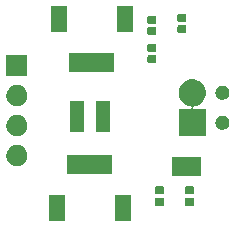
<source format=gbr>
G04 #@! TF.GenerationSoftware,KiCad,Pcbnew,(5.1.5)-3*
G04 #@! TF.CreationDate,2020-03-24T20:07:28-04:00*
G04 #@! TF.ProjectId,ADS1100,41445331-3130-4302-9e6b-696361645f70,rev?*
G04 #@! TF.SameCoordinates,Original*
G04 #@! TF.FileFunction,Soldermask,Top*
G04 #@! TF.FilePolarity,Negative*
%FSLAX46Y46*%
G04 Gerber Fmt 4.6, Leading zero omitted, Abs format (unit mm)*
G04 Created by KiCad (PCBNEW (5.1.5)-3) date 2020-03-24 20:07:28*
%MOMM*%
%LPD*%
G04 APERTURE LIST*
%ADD10C,0.100000*%
G04 APERTURE END LIST*
D10*
G36*
X219740625Y-59383930D02*
G01*
X218338545Y-59383930D01*
X218338545Y-57181750D01*
X219740625Y-57181750D01*
X219740625Y-59383930D01*
G37*
G36*
X214142465Y-59383930D02*
G01*
X212740385Y-59383930D01*
X212740385Y-57181750D01*
X214142465Y-57181750D01*
X214142465Y-59383930D01*
G37*
G36*
X222404938Y-57418716D02*
G01*
X222425557Y-57424971D01*
X222444553Y-57435124D01*
X222461208Y-57448792D01*
X222474876Y-57465447D01*
X222485029Y-57484443D01*
X222491284Y-57505062D01*
X222494000Y-57532640D01*
X222494000Y-57991360D01*
X222491284Y-58018938D01*
X222485029Y-58039557D01*
X222474876Y-58058553D01*
X222461208Y-58075208D01*
X222444553Y-58088876D01*
X222425557Y-58099029D01*
X222404938Y-58105284D01*
X222377360Y-58108000D01*
X221868640Y-58108000D01*
X221841062Y-58105284D01*
X221820443Y-58099029D01*
X221801447Y-58088876D01*
X221784792Y-58075208D01*
X221771124Y-58058553D01*
X221760971Y-58039557D01*
X221754716Y-58018938D01*
X221752000Y-57991360D01*
X221752000Y-57532640D01*
X221754716Y-57505062D01*
X221760971Y-57484443D01*
X221771124Y-57465447D01*
X221784792Y-57448792D01*
X221801447Y-57435124D01*
X221820443Y-57424971D01*
X221841062Y-57418716D01*
X221868640Y-57416000D01*
X222377360Y-57416000D01*
X222404938Y-57418716D01*
G37*
G36*
X224944938Y-57418716D02*
G01*
X224965557Y-57424971D01*
X224984553Y-57435124D01*
X225001208Y-57448792D01*
X225014876Y-57465447D01*
X225025029Y-57484443D01*
X225031284Y-57505062D01*
X225034000Y-57532640D01*
X225034000Y-57991360D01*
X225031284Y-58018938D01*
X225025029Y-58039557D01*
X225014876Y-58058553D01*
X225001208Y-58075208D01*
X224984553Y-58088876D01*
X224965557Y-58099029D01*
X224944938Y-58105284D01*
X224917360Y-58108000D01*
X224408640Y-58108000D01*
X224381062Y-58105284D01*
X224360443Y-58099029D01*
X224341447Y-58088876D01*
X224324792Y-58075208D01*
X224311124Y-58058553D01*
X224300971Y-58039557D01*
X224294716Y-58018938D01*
X224292000Y-57991360D01*
X224292000Y-57532640D01*
X224294716Y-57505062D01*
X224300971Y-57484443D01*
X224311124Y-57465447D01*
X224324792Y-57448792D01*
X224341447Y-57435124D01*
X224360443Y-57424971D01*
X224381062Y-57418716D01*
X224408640Y-57416000D01*
X224917360Y-57416000D01*
X224944938Y-57418716D01*
G37*
G36*
X222404938Y-56448716D02*
G01*
X222425557Y-56454971D01*
X222444553Y-56465124D01*
X222461208Y-56478792D01*
X222474876Y-56495447D01*
X222485029Y-56514443D01*
X222491284Y-56535062D01*
X222494000Y-56562640D01*
X222494000Y-57021360D01*
X222491284Y-57048938D01*
X222485029Y-57069557D01*
X222474876Y-57088553D01*
X222461208Y-57105208D01*
X222444553Y-57118876D01*
X222425557Y-57129029D01*
X222404938Y-57135284D01*
X222377360Y-57138000D01*
X221868640Y-57138000D01*
X221841062Y-57135284D01*
X221820443Y-57129029D01*
X221801447Y-57118876D01*
X221784792Y-57105208D01*
X221771124Y-57088553D01*
X221760971Y-57069557D01*
X221754716Y-57048938D01*
X221752000Y-57021360D01*
X221752000Y-56562640D01*
X221754716Y-56535062D01*
X221760971Y-56514443D01*
X221771124Y-56495447D01*
X221784792Y-56478792D01*
X221801447Y-56465124D01*
X221820443Y-56454971D01*
X221841062Y-56448716D01*
X221868640Y-56446000D01*
X222377360Y-56446000D01*
X222404938Y-56448716D01*
G37*
G36*
X224944938Y-56448716D02*
G01*
X224965557Y-56454971D01*
X224984553Y-56465124D01*
X225001208Y-56478792D01*
X225014876Y-56495447D01*
X225025029Y-56514443D01*
X225031284Y-56535062D01*
X225034000Y-56562640D01*
X225034000Y-57021360D01*
X225031284Y-57048938D01*
X225025029Y-57069557D01*
X225014876Y-57088553D01*
X225001208Y-57105208D01*
X224984553Y-57118876D01*
X224965557Y-57129029D01*
X224944938Y-57135284D01*
X224917360Y-57138000D01*
X224408640Y-57138000D01*
X224381062Y-57135284D01*
X224360443Y-57129029D01*
X224341447Y-57118876D01*
X224324792Y-57105208D01*
X224311124Y-57088553D01*
X224300971Y-57069557D01*
X224294716Y-57048938D01*
X224292000Y-57021360D01*
X224292000Y-56562640D01*
X224294716Y-56535062D01*
X224300971Y-56514443D01*
X224311124Y-56495447D01*
X224324792Y-56478792D01*
X224341447Y-56465124D01*
X224360443Y-56454971D01*
X224381062Y-56448716D01*
X224408640Y-56446000D01*
X224917360Y-56446000D01*
X224944938Y-56448716D01*
G37*
G36*
X225610000Y-55538000D02*
G01*
X223208000Y-55538000D01*
X223208000Y-53936000D01*
X225610000Y-53936000D01*
X225610000Y-55538000D01*
G37*
G36*
X218140425Y-55385970D02*
G01*
X214340585Y-55385970D01*
X214340585Y-53834030D01*
X218140425Y-53834030D01*
X218140425Y-55385970D01*
G37*
G36*
X210171512Y-52951927D02*
G01*
X210320812Y-52981624D01*
X210484784Y-53049544D01*
X210632354Y-53148147D01*
X210757853Y-53273646D01*
X210856456Y-53421216D01*
X210924376Y-53585188D01*
X210959000Y-53759259D01*
X210959000Y-53936741D01*
X210924376Y-54110812D01*
X210856456Y-54274784D01*
X210757853Y-54422354D01*
X210632354Y-54547853D01*
X210484784Y-54646456D01*
X210320812Y-54714376D01*
X210171512Y-54744073D01*
X210146742Y-54749000D01*
X209969258Y-54749000D01*
X209944488Y-54744073D01*
X209795188Y-54714376D01*
X209631216Y-54646456D01*
X209483646Y-54547853D01*
X209358147Y-54422354D01*
X209259544Y-54274784D01*
X209191624Y-54110812D01*
X209157000Y-53936741D01*
X209157000Y-53759259D01*
X209191624Y-53585188D01*
X209259544Y-53421216D01*
X209358147Y-53273646D01*
X209483646Y-53148147D01*
X209631216Y-53049544D01*
X209795188Y-52981624D01*
X209944488Y-52951927D01*
X209969258Y-52947000D01*
X210146742Y-52947000D01*
X210171512Y-52951927D01*
G37*
G36*
X210171512Y-50411927D02*
G01*
X210320812Y-50441624D01*
X210484784Y-50509544D01*
X210632354Y-50608147D01*
X210757853Y-50733646D01*
X210856456Y-50881216D01*
X210924376Y-51045188D01*
X210959000Y-51219259D01*
X210959000Y-51396741D01*
X210924376Y-51570812D01*
X210856456Y-51734784D01*
X210757853Y-51882354D01*
X210632354Y-52007853D01*
X210484784Y-52106456D01*
X210320812Y-52174376D01*
X210171512Y-52204073D01*
X210146742Y-52209000D01*
X209969258Y-52209000D01*
X209944488Y-52204073D01*
X209795188Y-52174376D01*
X209631216Y-52106456D01*
X209483646Y-52007853D01*
X209358147Y-51882354D01*
X209259544Y-51734784D01*
X209191624Y-51570812D01*
X209157000Y-51396741D01*
X209157000Y-51219259D01*
X209191624Y-51045188D01*
X209259544Y-50881216D01*
X209358147Y-50733646D01*
X209483646Y-50608147D01*
X209631216Y-50509544D01*
X209795188Y-50441624D01*
X209944488Y-50411927D01*
X209969258Y-50407000D01*
X210146742Y-50407000D01*
X210171512Y-50411927D01*
G37*
G36*
X225141549Y-47385116D02*
G01*
X225252734Y-47407232D01*
X225462203Y-47493997D01*
X225650720Y-47619960D01*
X225811040Y-47780280D01*
X225915153Y-47936096D01*
X225937004Y-47968799D01*
X225942223Y-47981400D01*
X225978156Y-48068148D01*
X226023768Y-48178267D01*
X226068000Y-48400635D01*
X226068000Y-48627365D01*
X226055679Y-48689304D01*
X226023768Y-48849734D01*
X225937003Y-49059203D01*
X225811040Y-49247720D01*
X225650720Y-49408040D01*
X225462203Y-49534003D01*
X225252734Y-49620768D01*
X225136192Y-49643950D01*
X225078607Y-49655404D01*
X225055158Y-49662517D01*
X225033547Y-49674068D01*
X225014605Y-49689613D01*
X224999060Y-49708555D01*
X224987509Y-49730166D01*
X224980396Y-49753615D01*
X224977994Y-49778001D01*
X224980396Y-49802387D01*
X224987509Y-49825836D01*
X224999060Y-49847447D01*
X225014605Y-49866389D01*
X225033547Y-49881934D01*
X225055158Y-49893485D01*
X225078607Y-49900598D01*
X225102993Y-49903000D01*
X226068000Y-49903000D01*
X226068000Y-52205000D01*
X223766000Y-52205000D01*
X223766000Y-49903000D01*
X224731007Y-49903000D01*
X224755393Y-49900598D01*
X224778842Y-49893485D01*
X224800453Y-49881934D01*
X224819395Y-49866389D01*
X224834940Y-49847447D01*
X224846491Y-49825836D01*
X224853604Y-49802387D01*
X224856006Y-49778001D01*
X224853604Y-49753615D01*
X224846491Y-49730166D01*
X224834940Y-49708555D01*
X224819395Y-49689613D01*
X224800453Y-49674068D01*
X224778842Y-49662517D01*
X224755393Y-49655404D01*
X224697808Y-49643950D01*
X224581266Y-49620768D01*
X224371797Y-49534003D01*
X224183280Y-49408040D01*
X224022960Y-49247720D01*
X223896997Y-49059203D01*
X223810232Y-48849734D01*
X223778321Y-48689304D01*
X223766000Y-48627365D01*
X223766000Y-48400635D01*
X223810232Y-48178267D01*
X223855845Y-48068148D01*
X223891777Y-47981400D01*
X223896996Y-47968799D01*
X223918847Y-47936096D01*
X224022960Y-47780280D01*
X224183280Y-47619960D01*
X224371797Y-47493997D01*
X224581266Y-47407232D01*
X224692451Y-47385116D01*
X224803635Y-47363000D01*
X225030365Y-47363000D01*
X225141549Y-47385116D01*
G37*
G36*
X217921505Y-51872000D02*
G01*
X216759505Y-51872000D01*
X216759505Y-49220000D01*
X217921505Y-49220000D01*
X217921505Y-51872000D01*
G37*
G36*
X215721505Y-51872000D02*
G01*
X214559505Y-51872000D01*
X214559505Y-49220000D01*
X215721505Y-49220000D01*
X215721505Y-51872000D01*
G37*
G36*
X227593601Y-50468397D02*
G01*
X227632305Y-50476096D01*
X227664340Y-50489365D01*
X227741680Y-50521400D01*
X227840115Y-50587173D01*
X227923827Y-50670885D01*
X227989600Y-50769320D01*
X228034904Y-50878696D01*
X228058000Y-50994805D01*
X228058000Y-51113195D01*
X228034904Y-51229304D01*
X227989600Y-51338680D01*
X227923827Y-51437115D01*
X227840115Y-51520827D01*
X227741680Y-51586600D01*
X227664340Y-51618635D01*
X227632305Y-51631904D01*
X227593601Y-51639603D01*
X227516195Y-51655000D01*
X227397805Y-51655000D01*
X227320399Y-51639603D01*
X227281695Y-51631904D01*
X227249660Y-51618635D01*
X227172320Y-51586600D01*
X227073885Y-51520827D01*
X226990173Y-51437115D01*
X226924400Y-51338680D01*
X226879096Y-51229304D01*
X226856000Y-51113195D01*
X226856000Y-50994805D01*
X226879096Y-50878696D01*
X226924400Y-50769320D01*
X226990173Y-50670885D01*
X227073885Y-50587173D01*
X227172320Y-50521400D01*
X227249660Y-50489365D01*
X227281695Y-50476096D01*
X227320399Y-50468397D01*
X227397805Y-50453000D01*
X227516195Y-50453000D01*
X227593601Y-50468397D01*
G37*
G36*
X210171512Y-47871927D02*
G01*
X210320812Y-47901624D01*
X210484784Y-47969544D01*
X210632354Y-48068147D01*
X210757853Y-48193646D01*
X210856456Y-48341216D01*
X210924376Y-48505188D01*
X210959000Y-48679259D01*
X210959000Y-48856741D01*
X210924376Y-49030812D01*
X210856456Y-49194784D01*
X210757853Y-49342354D01*
X210632354Y-49467853D01*
X210484784Y-49566456D01*
X210320812Y-49634376D01*
X210179334Y-49662517D01*
X210146742Y-49669000D01*
X209969258Y-49669000D01*
X209936666Y-49662517D01*
X209795188Y-49634376D01*
X209631216Y-49566456D01*
X209483646Y-49467853D01*
X209358147Y-49342354D01*
X209259544Y-49194784D01*
X209191624Y-49030812D01*
X209157000Y-48856741D01*
X209157000Y-48679259D01*
X209191624Y-48505188D01*
X209259544Y-48341216D01*
X209358147Y-48193646D01*
X209483646Y-48068147D01*
X209631216Y-47969544D01*
X209795188Y-47901624D01*
X209944488Y-47871927D01*
X209969258Y-47867000D01*
X210146742Y-47867000D01*
X210171512Y-47871927D01*
G37*
G36*
X227593601Y-47928397D02*
G01*
X227632305Y-47936096D01*
X227664340Y-47949365D01*
X227741680Y-47981400D01*
X227840115Y-48047173D01*
X227923827Y-48130885D01*
X227989600Y-48229320D01*
X228034904Y-48338696D01*
X228058000Y-48454805D01*
X228058000Y-48573195D01*
X228034904Y-48689304D01*
X227989600Y-48798680D01*
X227923827Y-48897115D01*
X227840115Y-48980827D01*
X227741680Y-49046600D01*
X227664340Y-49078635D01*
X227632305Y-49091904D01*
X227593601Y-49099603D01*
X227516195Y-49115000D01*
X227397805Y-49115000D01*
X227320399Y-49099603D01*
X227281695Y-49091904D01*
X227249660Y-49078635D01*
X227172320Y-49046600D01*
X227073885Y-48980827D01*
X226990173Y-48897115D01*
X226924400Y-48798680D01*
X226879096Y-48689304D01*
X226856000Y-48573195D01*
X226856000Y-48454805D01*
X226879096Y-48338696D01*
X226924400Y-48229320D01*
X226990173Y-48130885D01*
X227073885Y-48047173D01*
X227172320Y-47981400D01*
X227249660Y-47949365D01*
X227281695Y-47936096D01*
X227320399Y-47928397D01*
X227397805Y-47913000D01*
X227516195Y-47913000D01*
X227593601Y-47928397D01*
G37*
G36*
X210959000Y-47129000D02*
G01*
X209157000Y-47129000D01*
X209157000Y-45327000D01*
X210959000Y-45327000D01*
X210959000Y-47129000D01*
G37*
G36*
X218307920Y-46749970D02*
G01*
X214508080Y-46749970D01*
X214508080Y-45198030D01*
X218307920Y-45198030D01*
X218307920Y-46749970D01*
G37*
G36*
X221769938Y-45353716D02*
G01*
X221790557Y-45359971D01*
X221809553Y-45370124D01*
X221826208Y-45383792D01*
X221839876Y-45400447D01*
X221850029Y-45419443D01*
X221856284Y-45440062D01*
X221859000Y-45467640D01*
X221859000Y-45926360D01*
X221856284Y-45953938D01*
X221850029Y-45974557D01*
X221839876Y-45993553D01*
X221826208Y-46010208D01*
X221809553Y-46023876D01*
X221790557Y-46034029D01*
X221769938Y-46040284D01*
X221742360Y-46043000D01*
X221233640Y-46043000D01*
X221206062Y-46040284D01*
X221185443Y-46034029D01*
X221166447Y-46023876D01*
X221149792Y-46010208D01*
X221136124Y-45993553D01*
X221125971Y-45974557D01*
X221119716Y-45953938D01*
X221117000Y-45926360D01*
X221117000Y-45467640D01*
X221119716Y-45440062D01*
X221125971Y-45419443D01*
X221136124Y-45400447D01*
X221149792Y-45383792D01*
X221166447Y-45370124D01*
X221185443Y-45359971D01*
X221206062Y-45353716D01*
X221233640Y-45351000D01*
X221742360Y-45351000D01*
X221769938Y-45353716D01*
G37*
G36*
X221769938Y-44383716D02*
G01*
X221790557Y-44389971D01*
X221809553Y-44400124D01*
X221826208Y-44413792D01*
X221839876Y-44430447D01*
X221850029Y-44449443D01*
X221856284Y-44470062D01*
X221859000Y-44497640D01*
X221859000Y-44956360D01*
X221856284Y-44983938D01*
X221850029Y-45004557D01*
X221839876Y-45023553D01*
X221826208Y-45040208D01*
X221809553Y-45053876D01*
X221790557Y-45064029D01*
X221769938Y-45070284D01*
X221742360Y-45073000D01*
X221233640Y-45073000D01*
X221206062Y-45070284D01*
X221185443Y-45064029D01*
X221166447Y-45053876D01*
X221149792Y-45040208D01*
X221136124Y-45023553D01*
X221125971Y-45004557D01*
X221119716Y-44983938D01*
X221117000Y-44956360D01*
X221117000Y-44497640D01*
X221119716Y-44470062D01*
X221125971Y-44449443D01*
X221136124Y-44430447D01*
X221149792Y-44413792D01*
X221166447Y-44400124D01*
X221185443Y-44389971D01*
X221206062Y-44383716D01*
X221233640Y-44381000D01*
X221742360Y-44381000D01*
X221769938Y-44383716D01*
G37*
G36*
X221769938Y-42963716D02*
G01*
X221790557Y-42969971D01*
X221809553Y-42980124D01*
X221826208Y-42993792D01*
X221839876Y-43010447D01*
X221850029Y-43029443D01*
X221856284Y-43050062D01*
X221859000Y-43077640D01*
X221859000Y-43536360D01*
X221856284Y-43563938D01*
X221850029Y-43584557D01*
X221839876Y-43603553D01*
X221826208Y-43620208D01*
X221809553Y-43633876D01*
X221790557Y-43644029D01*
X221769938Y-43650284D01*
X221742360Y-43653000D01*
X221233640Y-43653000D01*
X221206062Y-43650284D01*
X221185443Y-43644029D01*
X221166447Y-43633876D01*
X221149792Y-43620208D01*
X221136124Y-43603553D01*
X221125971Y-43584557D01*
X221119716Y-43563938D01*
X221117000Y-43536360D01*
X221117000Y-43077640D01*
X221119716Y-43050062D01*
X221125971Y-43029443D01*
X221136124Y-43010447D01*
X221149792Y-42993792D01*
X221166447Y-42980124D01*
X221185443Y-42969971D01*
X221206062Y-42963716D01*
X221233640Y-42961000D01*
X221742360Y-42961000D01*
X221769938Y-42963716D01*
G37*
G36*
X224309938Y-42813716D02*
G01*
X224330557Y-42819971D01*
X224349553Y-42830124D01*
X224366208Y-42843792D01*
X224379876Y-42860447D01*
X224390029Y-42879443D01*
X224396284Y-42900062D01*
X224399000Y-42927640D01*
X224399000Y-43386360D01*
X224396284Y-43413938D01*
X224390029Y-43434557D01*
X224379876Y-43453553D01*
X224366208Y-43470208D01*
X224349553Y-43483876D01*
X224330557Y-43494029D01*
X224309938Y-43500284D01*
X224282360Y-43503000D01*
X223773640Y-43503000D01*
X223746062Y-43500284D01*
X223725443Y-43494029D01*
X223706447Y-43483876D01*
X223689792Y-43470208D01*
X223676124Y-43453553D01*
X223665971Y-43434557D01*
X223659716Y-43413938D01*
X223657000Y-43386360D01*
X223657000Y-42927640D01*
X223659716Y-42900062D01*
X223665971Y-42879443D01*
X223676124Y-42860447D01*
X223689792Y-42843792D01*
X223706447Y-42830124D01*
X223725443Y-42819971D01*
X223746062Y-42813716D01*
X223773640Y-42811000D01*
X224282360Y-42811000D01*
X224309938Y-42813716D01*
G37*
G36*
X219908120Y-43402250D02*
G01*
X218506040Y-43402250D01*
X218506040Y-41200070D01*
X219908120Y-41200070D01*
X219908120Y-43402250D01*
G37*
G36*
X214309960Y-43402250D02*
G01*
X212907880Y-43402250D01*
X212907880Y-41200070D01*
X214309960Y-41200070D01*
X214309960Y-43402250D01*
G37*
G36*
X221769938Y-41993716D02*
G01*
X221790557Y-41999971D01*
X221809553Y-42010124D01*
X221826208Y-42023792D01*
X221839876Y-42040447D01*
X221850029Y-42059443D01*
X221856284Y-42080062D01*
X221859000Y-42107640D01*
X221859000Y-42566360D01*
X221856284Y-42593938D01*
X221850029Y-42614557D01*
X221839876Y-42633553D01*
X221826208Y-42650208D01*
X221809553Y-42663876D01*
X221790557Y-42674029D01*
X221769938Y-42680284D01*
X221742360Y-42683000D01*
X221233640Y-42683000D01*
X221206062Y-42680284D01*
X221185443Y-42674029D01*
X221166447Y-42663876D01*
X221149792Y-42650208D01*
X221136124Y-42633553D01*
X221125971Y-42614557D01*
X221119716Y-42593938D01*
X221117000Y-42566360D01*
X221117000Y-42107640D01*
X221119716Y-42080062D01*
X221125971Y-42059443D01*
X221136124Y-42040447D01*
X221149792Y-42023792D01*
X221166447Y-42010124D01*
X221185443Y-41999971D01*
X221206062Y-41993716D01*
X221233640Y-41991000D01*
X221742360Y-41991000D01*
X221769938Y-41993716D01*
G37*
G36*
X224309938Y-41843716D02*
G01*
X224330557Y-41849971D01*
X224349553Y-41860124D01*
X224366208Y-41873792D01*
X224379876Y-41890447D01*
X224390029Y-41909443D01*
X224396284Y-41930062D01*
X224399000Y-41957640D01*
X224399000Y-42416360D01*
X224396284Y-42443938D01*
X224390029Y-42464557D01*
X224379876Y-42483553D01*
X224366208Y-42500208D01*
X224349553Y-42513876D01*
X224330557Y-42524029D01*
X224309938Y-42530284D01*
X224282360Y-42533000D01*
X223773640Y-42533000D01*
X223746062Y-42530284D01*
X223725443Y-42524029D01*
X223706447Y-42513876D01*
X223689792Y-42500208D01*
X223676124Y-42483553D01*
X223665971Y-42464557D01*
X223659716Y-42443938D01*
X223657000Y-42416360D01*
X223657000Y-41957640D01*
X223659716Y-41930062D01*
X223665971Y-41909443D01*
X223676124Y-41890447D01*
X223689792Y-41873792D01*
X223706447Y-41860124D01*
X223725443Y-41849971D01*
X223746062Y-41843716D01*
X223773640Y-41841000D01*
X224282360Y-41841000D01*
X224309938Y-41843716D01*
G37*
M02*

</source>
